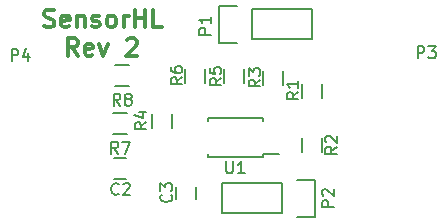
<source format=gto>
G04 #@! TF.FileFunction,Legend,Top*
%FSLAX46Y46*%
G04 Gerber Fmt 4.6, Leading zero omitted, Abs format (unit mm)*
G04 Created by KiCad (PCBNEW 4.0.1-stable) date Wednesday, August 10, 2016 'PMt' 06:58:00 PM*
%MOMM*%
G01*
G04 APERTURE LIST*
%ADD10C,0.100000*%
%ADD11C,0.300000*%
%ADD12C,0.150000*%
G04 APERTURE END LIST*
D10*
D11*
X171637143Y-85513143D02*
X171851429Y-85584571D01*
X172208572Y-85584571D01*
X172351429Y-85513143D01*
X172422858Y-85441714D01*
X172494286Y-85298857D01*
X172494286Y-85156000D01*
X172422858Y-85013143D01*
X172351429Y-84941714D01*
X172208572Y-84870286D01*
X171922858Y-84798857D01*
X171780000Y-84727429D01*
X171708572Y-84656000D01*
X171637143Y-84513143D01*
X171637143Y-84370286D01*
X171708572Y-84227429D01*
X171780000Y-84156000D01*
X171922858Y-84084571D01*
X172280000Y-84084571D01*
X172494286Y-84156000D01*
X173708571Y-85513143D02*
X173565714Y-85584571D01*
X173280000Y-85584571D01*
X173137143Y-85513143D01*
X173065714Y-85370286D01*
X173065714Y-84798857D01*
X173137143Y-84656000D01*
X173280000Y-84584571D01*
X173565714Y-84584571D01*
X173708571Y-84656000D01*
X173780000Y-84798857D01*
X173780000Y-84941714D01*
X173065714Y-85084571D01*
X174422857Y-84584571D02*
X174422857Y-85584571D01*
X174422857Y-84727429D02*
X174494285Y-84656000D01*
X174637143Y-84584571D01*
X174851428Y-84584571D01*
X174994285Y-84656000D01*
X175065714Y-84798857D01*
X175065714Y-85584571D01*
X175708571Y-85513143D02*
X175851428Y-85584571D01*
X176137143Y-85584571D01*
X176280000Y-85513143D01*
X176351428Y-85370286D01*
X176351428Y-85298857D01*
X176280000Y-85156000D01*
X176137143Y-85084571D01*
X175922857Y-85084571D01*
X175780000Y-85013143D01*
X175708571Y-84870286D01*
X175708571Y-84798857D01*
X175780000Y-84656000D01*
X175922857Y-84584571D01*
X176137143Y-84584571D01*
X176280000Y-84656000D01*
X177208572Y-85584571D02*
X177065714Y-85513143D01*
X176994286Y-85441714D01*
X176922857Y-85298857D01*
X176922857Y-84870286D01*
X176994286Y-84727429D01*
X177065714Y-84656000D01*
X177208572Y-84584571D01*
X177422857Y-84584571D01*
X177565714Y-84656000D01*
X177637143Y-84727429D01*
X177708572Y-84870286D01*
X177708572Y-85298857D01*
X177637143Y-85441714D01*
X177565714Y-85513143D01*
X177422857Y-85584571D01*
X177208572Y-85584571D01*
X178351429Y-85584571D02*
X178351429Y-84584571D01*
X178351429Y-84870286D02*
X178422857Y-84727429D01*
X178494286Y-84656000D01*
X178637143Y-84584571D01*
X178780000Y-84584571D01*
X179280000Y-85584571D02*
X179280000Y-84084571D01*
X179280000Y-84798857D02*
X180137143Y-84798857D01*
X180137143Y-85584571D02*
X180137143Y-84084571D01*
X181565715Y-85584571D02*
X180851429Y-85584571D01*
X180851429Y-84084571D01*
X174494287Y-87984571D02*
X173994287Y-87270286D01*
X173637144Y-87984571D02*
X173637144Y-86484571D01*
X174208572Y-86484571D01*
X174351430Y-86556000D01*
X174422858Y-86627429D01*
X174494287Y-86770286D01*
X174494287Y-86984571D01*
X174422858Y-87127429D01*
X174351430Y-87198857D01*
X174208572Y-87270286D01*
X173637144Y-87270286D01*
X175708572Y-87913143D02*
X175565715Y-87984571D01*
X175280001Y-87984571D01*
X175137144Y-87913143D01*
X175065715Y-87770286D01*
X175065715Y-87198857D01*
X175137144Y-87056000D01*
X175280001Y-86984571D01*
X175565715Y-86984571D01*
X175708572Y-87056000D01*
X175780001Y-87198857D01*
X175780001Y-87341714D01*
X175065715Y-87484571D01*
X176280001Y-86984571D02*
X176637144Y-87984571D01*
X176994286Y-86984571D01*
X178637143Y-86627429D02*
X178708572Y-86556000D01*
X178851429Y-86484571D01*
X179208572Y-86484571D01*
X179351429Y-86556000D01*
X179422858Y-86627429D01*
X179494286Y-86770286D01*
X179494286Y-86913143D01*
X179422858Y-87127429D01*
X178565715Y-87984571D01*
X179494286Y-87984571D01*
D12*
X189230000Y-86614000D02*
X194310000Y-86614000D01*
X194310000Y-86614000D02*
X194310000Y-84074000D01*
X194310000Y-84074000D02*
X189230000Y-84074000D01*
X186410000Y-83794000D02*
X187960000Y-83794000D01*
X189230000Y-84074000D02*
X189230000Y-86614000D01*
X187960000Y-86894000D02*
X186410000Y-86894000D01*
X186410000Y-86894000D02*
X186410000Y-83794000D01*
X193435000Y-96170000D02*
X193435000Y-94970000D01*
X195185000Y-94970000D02*
X195185000Y-96170000D01*
X190129000Y-96550000D02*
X190129000Y-96350000D01*
X185479000Y-96550000D02*
X185479000Y-96350000D01*
X185479000Y-93300000D02*
X185479000Y-93500000D01*
X190129000Y-93300000D02*
X190129000Y-93500000D01*
X190129000Y-96550000D02*
X185479000Y-96550000D01*
X190129000Y-93300000D02*
X185479000Y-93300000D01*
X190129000Y-96350000D02*
X191479000Y-96350000D01*
X184492000Y-100084000D02*
X184492000Y-99084000D01*
X182792000Y-99084000D02*
X182792000Y-100084000D01*
X178570000Y-96686000D02*
X177570000Y-96686000D01*
X177570000Y-98386000D02*
X178570000Y-98386000D01*
X191770000Y-98806000D02*
X186690000Y-98806000D01*
X186690000Y-98806000D02*
X186690000Y-101346000D01*
X186690000Y-101346000D02*
X191770000Y-101346000D01*
X194590000Y-101626000D02*
X193040000Y-101626000D01*
X191770000Y-101346000D02*
X191770000Y-98806000D01*
X193040000Y-98526000D02*
X194590000Y-98526000D01*
X194590000Y-98526000D02*
X194590000Y-101626000D01*
X193435000Y-91598000D02*
X193435000Y-90398000D01*
X195185000Y-90398000D02*
X195185000Y-91598000D01*
X191883000Y-89250000D02*
X191883000Y-90450000D01*
X190133000Y-90450000D02*
X190133000Y-89250000D01*
X180735000Y-94138000D02*
X180735000Y-92938000D01*
X182485000Y-92938000D02*
X182485000Y-94138000D01*
X186831000Y-90328000D02*
X186831000Y-89128000D01*
X188581000Y-89128000D02*
X188581000Y-90328000D01*
X185279000Y-89128000D02*
X185279000Y-90328000D01*
X183529000Y-90328000D02*
X183529000Y-89128000D01*
X177454000Y-92851000D02*
X178654000Y-92851000D01*
X178654000Y-94601000D02*
X177454000Y-94601000D01*
X177642000Y-88787000D02*
X178842000Y-88787000D01*
X178842000Y-90537000D02*
X177642000Y-90537000D01*
X185742381Y-86192095D02*
X184742381Y-86192095D01*
X184742381Y-85811142D01*
X184790000Y-85715904D01*
X184837619Y-85668285D01*
X184932857Y-85620666D01*
X185075714Y-85620666D01*
X185170952Y-85668285D01*
X185218571Y-85715904D01*
X185266190Y-85811142D01*
X185266190Y-86192095D01*
X185742381Y-84668285D02*
X185742381Y-85239714D01*
X185742381Y-84954000D02*
X184742381Y-84954000D01*
X184885238Y-85049238D01*
X184980476Y-85144476D01*
X185028095Y-85239714D01*
X196422381Y-95698666D02*
X195946190Y-96032000D01*
X196422381Y-96270095D02*
X195422381Y-96270095D01*
X195422381Y-95889142D01*
X195470000Y-95793904D01*
X195517619Y-95746285D01*
X195612857Y-95698666D01*
X195755714Y-95698666D01*
X195850952Y-95746285D01*
X195898571Y-95793904D01*
X195946190Y-95889142D01*
X195946190Y-96270095D01*
X195517619Y-95317714D02*
X195470000Y-95270095D01*
X195422381Y-95174857D01*
X195422381Y-94936761D01*
X195470000Y-94841523D01*
X195517619Y-94793904D01*
X195612857Y-94746285D01*
X195708095Y-94746285D01*
X195850952Y-94793904D01*
X196422381Y-95365333D01*
X196422381Y-94746285D01*
X187042095Y-96927381D02*
X187042095Y-97736905D01*
X187089714Y-97832143D01*
X187137333Y-97879762D01*
X187232571Y-97927381D01*
X187423048Y-97927381D01*
X187518286Y-97879762D01*
X187565905Y-97832143D01*
X187613524Y-97736905D01*
X187613524Y-96927381D01*
X188613524Y-97927381D02*
X188042095Y-97927381D01*
X188327809Y-97927381D02*
X188327809Y-96927381D01*
X188232571Y-97070238D01*
X188137333Y-97165476D01*
X188042095Y-97213095D01*
X182369143Y-99750666D02*
X182416762Y-99798285D01*
X182464381Y-99941142D01*
X182464381Y-100036380D01*
X182416762Y-100179238D01*
X182321524Y-100274476D01*
X182226286Y-100322095D01*
X182035810Y-100369714D01*
X181892952Y-100369714D01*
X181702476Y-100322095D01*
X181607238Y-100274476D01*
X181512000Y-100179238D01*
X181464381Y-100036380D01*
X181464381Y-99941142D01*
X181512000Y-99798285D01*
X181559619Y-99750666D01*
X181464381Y-99417333D02*
X181464381Y-98798285D01*
X181845333Y-99131619D01*
X181845333Y-98988761D01*
X181892952Y-98893523D01*
X181940571Y-98845904D01*
X182035810Y-98798285D01*
X182273905Y-98798285D01*
X182369143Y-98845904D01*
X182416762Y-98893523D01*
X182464381Y-98988761D01*
X182464381Y-99274476D01*
X182416762Y-99369714D01*
X182369143Y-99417333D01*
X177933334Y-99671143D02*
X177885715Y-99718762D01*
X177742858Y-99766381D01*
X177647620Y-99766381D01*
X177504762Y-99718762D01*
X177409524Y-99623524D01*
X177361905Y-99528286D01*
X177314286Y-99337810D01*
X177314286Y-99194952D01*
X177361905Y-99004476D01*
X177409524Y-98909238D01*
X177504762Y-98814000D01*
X177647620Y-98766381D01*
X177742858Y-98766381D01*
X177885715Y-98814000D01*
X177933334Y-98861619D01*
X178314286Y-98861619D02*
X178361905Y-98814000D01*
X178457143Y-98766381D01*
X178695239Y-98766381D01*
X178790477Y-98814000D01*
X178838096Y-98861619D01*
X178885715Y-98956857D01*
X178885715Y-99052095D01*
X178838096Y-99194952D01*
X178266667Y-99766381D01*
X178885715Y-99766381D01*
X196152381Y-100804095D02*
X195152381Y-100804095D01*
X195152381Y-100423142D01*
X195200000Y-100327904D01*
X195247619Y-100280285D01*
X195342857Y-100232666D01*
X195485714Y-100232666D01*
X195580952Y-100280285D01*
X195628571Y-100327904D01*
X195676190Y-100423142D01*
X195676190Y-100804095D01*
X195247619Y-99851714D02*
X195200000Y-99804095D01*
X195152381Y-99708857D01*
X195152381Y-99470761D01*
X195200000Y-99375523D01*
X195247619Y-99327904D01*
X195342857Y-99280285D01*
X195438095Y-99280285D01*
X195580952Y-99327904D01*
X196152381Y-99899333D01*
X196152381Y-99280285D01*
X193142381Y-91074666D02*
X192666190Y-91408000D01*
X193142381Y-91646095D02*
X192142381Y-91646095D01*
X192142381Y-91265142D01*
X192190000Y-91169904D01*
X192237619Y-91122285D01*
X192332857Y-91074666D01*
X192475714Y-91074666D01*
X192570952Y-91122285D01*
X192618571Y-91169904D01*
X192666190Y-91265142D01*
X192666190Y-91646095D01*
X193142381Y-90122285D02*
X193142381Y-90693714D01*
X193142381Y-90408000D02*
X192142381Y-90408000D01*
X192285238Y-90503238D01*
X192380476Y-90598476D01*
X192428095Y-90693714D01*
X203253905Y-88192381D02*
X203253905Y-87192381D01*
X203634858Y-87192381D01*
X203730096Y-87240000D01*
X203777715Y-87287619D01*
X203825334Y-87382857D01*
X203825334Y-87525714D01*
X203777715Y-87620952D01*
X203730096Y-87668571D01*
X203634858Y-87716190D01*
X203253905Y-87716190D01*
X204158667Y-87192381D02*
X204777715Y-87192381D01*
X204444381Y-87573333D01*
X204587239Y-87573333D01*
X204682477Y-87620952D01*
X204730096Y-87668571D01*
X204777715Y-87763810D01*
X204777715Y-88001905D01*
X204730096Y-88097143D01*
X204682477Y-88144762D01*
X204587239Y-88192381D01*
X204301524Y-88192381D01*
X204206286Y-88144762D01*
X204158667Y-88097143D01*
X168861905Y-88422381D02*
X168861905Y-87422381D01*
X169242858Y-87422381D01*
X169338096Y-87470000D01*
X169385715Y-87517619D01*
X169433334Y-87612857D01*
X169433334Y-87755714D01*
X169385715Y-87850952D01*
X169338096Y-87898571D01*
X169242858Y-87946190D01*
X168861905Y-87946190D01*
X170290477Y-87755714D02*
X170290477Y-88422381D01*
X170052381Y-87374762D02*
X169814286Y-88089048D01*
X170433334Y-88089048D01*
X189936381Y-90016666D02*
X189460190Y-90350000D01*
X189936381Y-90588095D02*
X188936381Y-90588095D01*
X188936381Y-90207142D01*
X188984000Y-90111904D01*
X189031619Y-90064285D01*
X189126857Y-90016666D01*
X189269714Y-90016666D01*
X189364952Y-90064285D01*
X189412571Y-90111904D01*
X189460190Y-90207142D01*
X189460190Y-90588095D01*
X188936381Y-89683333D02*
X188936381Y-89064285D01*
X189317333Y-89397619D01*
X189317333Y-89254761D01*
X189364952Y-89159523D01*
X189412571Y-89111904D01*
X189507810Y-89064285D01*
X189745905Y-89064285D01*
X189841143Y-89111904D01*
X189888762Y-89159523D01*
X189936381Y-89254761D01*
X189936381Y-89540476D01*
X189888762Y-89635714D01*
X189841143Y-89683333D01*
X180284381Y-93638666D02*
X179808190Y-93972000D01*
X180284381Y-94210095D02*
X179284381Y-94210095D01*
X179284381Y-93829142D01*
X179332000Y-93733904D01*
X179379619Y-93686285D01*
X179474857Y-93638666D01*
X179617714Y-93638666D01*
X179712952Y-93686285D01*
X179760571Y-93733904D01*
X179808190Y-93829142D01*
X179808190Y-94210095D01*
X179617714Y-92781523D02*
X180284381Y-92781523D01*
X179236762Y-93019619D02*
X179951048Y-93257714D01*
X179951048Y-92638666D01*
X186634381Y-89894666D02*
X186158190Y-90228000D01*
X186634381Y-90466095D02*
X185634381Y-90466095D01*
X185634381Y-90085142D01*
X185682000Y-89989904D01*
X185729619Y-89942285D01*
X185824857Y-89894666D01*
X185967714Y-89894666D01*
X186062952Y-89942285D01*
X186110571Y-89989904D01*
X186158190Y-90085142D01*
X186158190Y-90466095D01*
X185634381Y-88989904D02*
X185634381Y-89466095D01*
X186110571Y-89513714D01*
X186062952Y-89466095D01*
X186015333Y-89370857D01*
X186015333Y-89132761D01*
X186062952Y-89037523D01*
X186110571Y-88989904D01*
X186205810Y-88942285D01*
X186443905Y-88942285D01*
X186539143Y-88989904D01*
X186586762Y-89037523D01*
X186634381Y-89132761D01*
X186634381Y-89370857D01*
X186586762Y-89466095D01*
X186539143Y-89513714D01*
X183332381Y-89828666D02*
X182856190Y-90162000D01*
X183332381Y-90400095D02*
X182332381Y-90400095D01*
X182332381Y-90019142D01*
X182380000Y-89923904D01*
X182427619Y-89876285D01*
X182522857Y-89828666D01*
X182665714Y-89828666D01*
X182760952Y-89876285D01*
X182808571Y-89923904D01*
X182856190Y-90019142D01*
X182856190Y-90400095D01*
X182332381Y-88971523D02*
X182332381Y-89162000D01*
X182380000Y-89257238D01*
X182427619Y-89304857D01*
X182570476Y-89400095D01*
X182760952Y-89447714D01*
X183141905Y-89447714D01*
X183237143Y-89400095D01*
X183284762Y-89352476D01*
X183332381Y-89257238D01*
X183332381Y-89066761D01*
X183284762Y-88971523D01*
X183237143Y-88923904D01*
X183141905Y-88876285D01*
X182903810Y-88876285D01*
X182808571Y-88923904D01*
X182760952Y-88971523D01*
X182713333Y-89066761D01*
X182713333Y-89257238D01*
X182760952Y-89352476D01*
X182808571Y-89400095D01*
X182903810Y-89447714D01*
X177887334Y-96278381D02*
X177554000Y-95802190D01*
X177315905Y-96278381D02*
X177315905Y-95278381D01*
X177696858Y-95278381D01*
X177792096Y-95326000D01*
X177839715Y-95373619D01*
X177887334Y-95468857D01*
X177887334Y-95611714D01*
X177839715Y-95706952D01*
X177792096Y-95754571D01*
X177696858Y-95802190D01*
X177315905Y-95802190D01*
X178220667Y-95278381D02*
X178887334Y-95278381D01*
X178458762Y-96278381D01*
X178075334Y-92214381D02*
X177742000Y-91738190D01*
X177503905Y-92214381D02*
X177503905Y-91214381D01*
X177884858Y-91214381D01*
X177980096Y-91262000D01*
X178027715Y-91309619D01*
X178075334Y-91404857D01*
X178075334Y-91547714D01*
X178027715Y-91642952D01*
X177980096Y-91690571D01*
X177884858Y-91738190D01*
X177503905Y-91738190D01*
X178646762Y-91642952D02*
X178551524Y-91595333D01*
X178503905Y-91547714D01*
X178456286Y-91452476D01*
X178456286Y-91404857D01*
X178503905Y-91309619D01*
X178551524Y-91262000D01*
X178646762Y-91214381D01*
X178837239Y-91214381D01*
X178932477Y-91262000D01*
X178980096Y-91309619D01*
X179027715Y-91404857D01*
X179027715Y-91452476D01*
X178980096Y-91547714D01*
X178932477Y-91595333D01*
X178837239Y-91642952D01*
X178646762Y-91642952D01*
X178551524Y-91690571D01*
X178503905Y-91738190D01*
X178456286Y-91833429D01*
X178456286Y-92023905D01*
X178503905Y-92119143D01*
X178551524Y-92166762D01*
X178646762Y-92214381D01*
X178837239Y-92214381D01*
X178932477Y-92166762D01*
X178980096Y-92119143D01*
X179027715Y-92023905D01*
X179027715Y-91833429D01*
X178980096Y-91738190D01*
X178932477Y-91690571D01*
X178837239Y-91642952D01*
M02*

</source>
